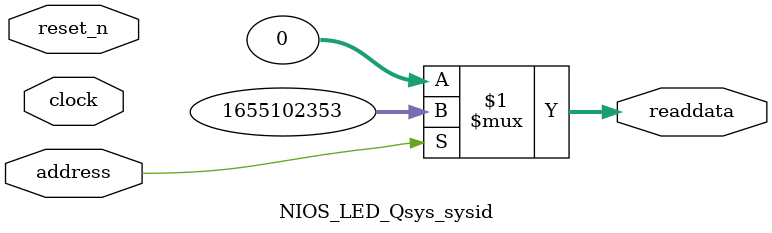
<source format=v>



// synthesis translate_off
`timescale 1ns / 1ps
// synthesis translate_on

// turn off superfluous verilog processor warnings 
// altera message_level Level1 
// altera message_off 10034 10035 10036 10037 10230 10240 10030 

module NIOS_LED_Qsys_sysid (
               // inputs:
                address,
                clock,
                reset_n,

               // outputs:
                readdata
             )
;

  output  [ 31: 0] readdata;
  input            address;
  input            clock;
  input            reset_n;

  wire    [ 31: 0] readdata;
  //control_slave, which is an e_avalon_slave
  assign readdata = address ? 1655102353 : 0;

endmodule



</source>
